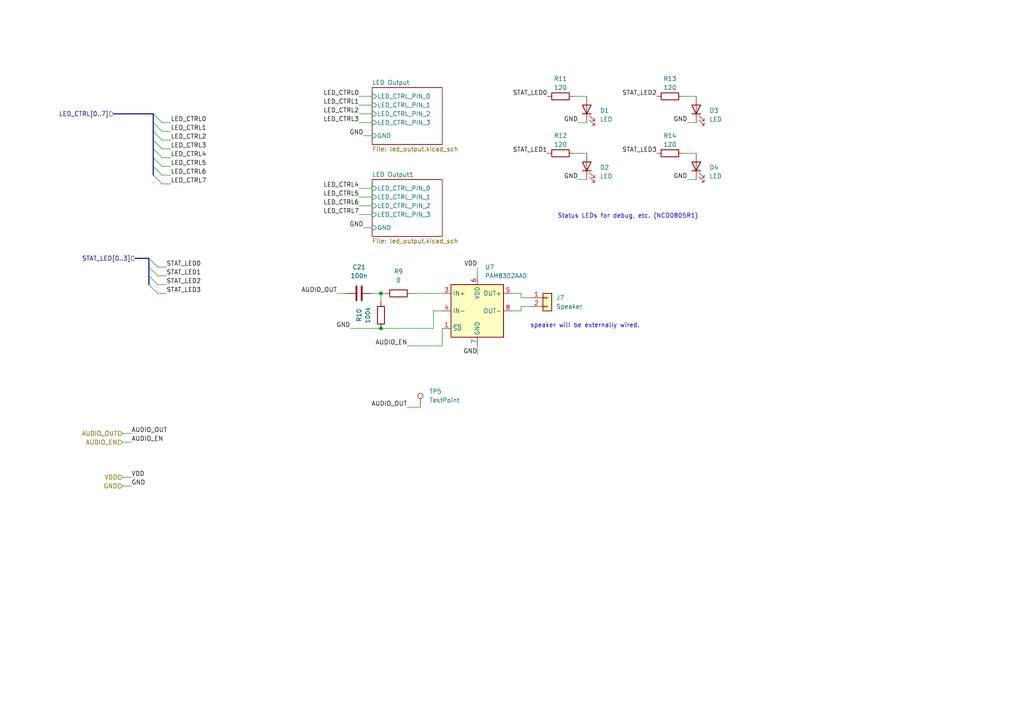
<source format=kicad_sch>
(kicad_sch (version 20231120) (generator "eeschema") (generator_version "8.0")
  (paper "A4")
  (title_block (title "Holiday Widget") (date "2024-05-15") (rev "1.0"))
  (lib_symbols
    (symbol "Amplifier_Audio:PAM8302AAD"
      (property "Reference" "U" (at 7.62 11.43 0))
      (property "Value" "PAM8302AAD" (at 7.62 8.89 0))
      (symbol "PAM8302AAD_0_1"
        (rectangle (start -7.62 7.62) (end 7.62 -7.62) (stroke (width 0.254)) (fill (type background)))
      )
      (symbol "PAM8302AAD_1_1"
        (pin input line (at -10.16 -5.08 0) (length 2.54) (name "~{SD}") (number "1"))
        (pin no_connect line (at 7.62 -5.08 180) (length 2.54) hide (name "NC") (number "2"))
        (pin input line (at -10.16 5.08 0) (length 2.54) (name "IN+") (number "3"))
        (pin input line (at -10.16 0 0) (length 2.54) (name "IN-") (number "4"))
        (pin output line (at 10.16 5.08 180) (length 2.54) (name "OUT+") (number "5"))
        (pin power_in line (at 0 10.16 270) (length 2.54) (name "VDD") (number "6"))
        (pin power_in line (at 0 -10.16 90) (length 2.54) (name "GND") (number "7"))
        (pin output line (at 10.16 0 180) (length 2.54) (name "OUT-") (number "8"))
      )
    )
    (symbol "Connector:TestPoint" (pin_numbers hide) (pin_names (offset 0.762) hide)
      (property "Reference" "TP" (at 0 6.858 0))
      (property "Value" "TestPoint" (at 0 5.08 0))
      (symbol "TestPoint_0_1"
        (circle (center 0 3.302) (radius 0.762))
      )
      (symbol "TestPoint_1_1"
        (pin passive line (at 0 0 90) (length 2.54) (name "1") (number "1"))
      )
    )
    (symbol "Connector_Generic:Conn_01x02" (pin_names (offset 1.016) hide)
      (property "Reference" "J" (at 0 2.54 0))
      (property "Value" "Conn_01x02" (at 0 -5.08 0))
      (symbol "Conn_01x02_1_1"
        (rectangle (start -1.27 -2.413) (end 0 -2.667) (stroke (width 0.1524)))
        (rectangle (start -1.27 0.127) (end 0 -0.127) (stroke (width 0.1524)))
        (rectangle (start -1.27 1.27) (end 1.27 -3.81) (stroke (width 0.254)) (fill (type background)))
        (pin passive line (at -5.08 0 0) (length 3.81) (name "Pin_1") (number "1"))
        (pin passive line (at -5.08 -2.54 0) (length 3.81) (name "Pin_2") (number "2"))
      )
    )
    (symbol "Device:C" (pin_numbers hide) (pin_names (offset 0.254))
      (property "Reference" "C" (at 0.635 2.54 0))
      (property "Value" "C" (at 0.635 -2.54 0))
      (symbol "C_0_1"
        (polyline (pts (xy -2.032 -0.762) (xy 2.032 -0.762)) (stroke (width 0.508)))
        (polyline (pts (xy -2.032 0.762) (xy 2.032 0.762)) (stroke (width 0.508)))
      )
      (symbol "C_1_1"
        (pin passive line (at 0 3.81 270) (length 2.794) (name "~") (number "1"))
        (pin passive line (at 0 -3.81 90) (length 2.794) (name "~") (number "2"))
      )
    )
    (symbol "Device:LED" (pin_numbers hide) (pin_names (offset 1.016) hide)
      (property "Reference" "D" (at 0 2.54 0))
      (property "Value" "LED" (at 0 -2.54 0))
      (symbol "LED_0_1"
        (polyline (pts (xy -1.27 -1.27) (xy -1.27 1.27)) (stroke (width 0.254)))
        (polyline (pts (xy -1.27 0) (xy 1.27 0)))
        (polyline (pts (xy 1.27 -1.27) (xy 1.27 1.27) (xy -1.27 0) (xy 1.27 -1.27)) (stroke (width 0.254)))
        (polyline (pts (xy -3.048 -0.762) (xy -4.572 -2.286) (xy -3.81 -2.286) (xy -4.572 -2.286) (xy -4.572 -1.524)))
        (polyline (pts (xy -1.778 -0.762) (xy -3.302 -2.286) (xy -2.54 -2.286) (xy -3.302 -2.286) (xy -3.302 -1.524)))
      )
      (symbol "LED_1_1"
        (pin passive line (at -3.81 0 0) (length 2.54) (name "K") (number "1"))
        (pin passive line (at 3.81 0 180) (length 2.54) (name "A") (number "2"))
      )
    )
    (symbol "Device:R" (pin_numbers hide) (pin_names (offset 0))
      (property "Reference" "R" (at 2.032 0 90))
      (property "Value" "R" (at 0 0 90))
      (symbol "R_0_1"
        (rectangle (start -1.016 -2.54) (end 1.016 2.54) (stroke (width 0.254)))
      )
      (symbol "R_1_1"
        (pin passive line (at 0 3.81 270) (length 1.27) (name "~") (number "1"))
        (pin passive line (at 0 -3.81 90) (length 1.27) (name "~") (number "2"))
      )
    )
  )
  (junction (at 110.49 95.25))
  (junction (at 110.49 85.09))
  (bus_entry (at 43.18 74.93) (size 2.54 2.54))
  (bus_entry (at 43.18 82.55) (size 2.54 2.54))
  (bus_entry (at 44.45 45.72) (size 2.54 2.54))
  (bus_entry (at 44.45 35.56) (size 2.54 2.54))
  (bus_entry (at 44.45 40.64) (size 2.54 2.54))
  (bus_entry (at 44.45 50.8) (size 2.54 2.54))
  (bus_entry (at 43.18 77.47) (size 2.54 2.54))
  (bus_entry (at 44.45 48.26) (size 2.54 2.54))
  (bus_entry (at 44.45 33.02) (size 2.54 2.54))
  (bus_entry (at 44.45 38.1) (size 2.54 2.54))
  (bus_entry (at 44.45 43.18) (size 2.54 2.54))
  (bus_entry (at 43.18 80.01) (size 2.54 2.54))
  (wire (pts (xy 46.99 45.72) (xy 49.53 45.72)))
  (bus (pts (xy 44.45 45.72) (xy 44.45 48.26)))
  (bus (pts (xy 33.02 33.02) (xy 44.45 33.02)))
  (wire (pts (xy 104.14 30.48) (xy 107.95 30.48)))
  (wire (pts (xy 199.39 52.07) (xy 201.93 52.07)))
  (wire (pts (xy 198.12 44.45) (xy 201.93 44.45)))
  (bus (pts (xy 44.45 48.26) (xy 44.45 50.8)))
  (wire (pts (xy 125.73 90.17) (xy 128.27 90.17)))
  (wire (pts (xy 107.95 85.09) (xy 110.49 85.09)))
  (bus (pts (xy 43.18 80.01) (xy 43.18 82.55)))
  (wire (pts (xy 138.43 77.47) (xy 138.43 80.01)))
  (wire (pts (xy 110.49 95.25) (xy 125.73 95.25)))
  (bus (pts (xy 44.45 40.64) (xy 44.45 43.18)))
  (wire (pts (xy 46.99 50.8) (xy 49.53 50.8)))
  (wire (pts (xy 151.13 85.09) (xy 151.13 86.36)))
  (wire (pts (xy 46.99 35.56) (xy 49.53 35.56)))
  (wire (pts (xy 148.59 85.09) (xy 151.13 85.09)))
  (wire (pts (xy 46.99 48.26) (xy 49.53 48.26)))
  (bus (pts (xy 44.45 38.1) (xy 44.45 40.64)))
  (wire (pts (xy 101.6 95.25) (xy 110.49 95.25)))
  (bus (pts (xy 44.45 43.18) (xy 44.45 45.72)))
  (wire (pts (xy 151.13 88.9) (xy 153.67 88.9)))
  (wire (pts (xy 45.72 77.47) (xy 48.26 77.47)))
  (wire (pts (xy 151.13 86.36) (xy 153.67 86.36)))
  (wire (pts (xy 198.12 27.94) (xy 201.93 27.94)))
  (wire (pts (xy 118.11 118.11) (xy 121.92 118.11)))
  (wire (pts (xy 119.38 85.09) (xy 128.27 85.09)))
  (wire (pts (xy 104.14 27.94) (xy 107.95 27.94)))
  (wire (pts (xy 105.41 66.04) (xy 107.95 66.04)))
  (wire (pts (xy 105.41 39.37) (xy 107.95 39.37)))
  (wire (pts (xy 46.99 53.34) (xy 49.53 53.34)))
  (wire (pts (xy 110.49 85.09) (xy 111.76 85.09)))
  (wire (pts (xy 104.14 57.15) (xy 107.95 57.15)))
  (wire (pts (xy 167.64 52.07) (xy 170.18 52.07)))
  (wire (pts (xy 45.72 82.55) (xy 48.26 82.55)))
  (wire (pts (xy 104.14 35.56) (xy 107.95 35.56)))
  (wire (pts (xy 118.11 100.33) (xy 128.27 100.33)))
  (wire (pts (xy 45.72 85.09) (xy 48.26 85.09)))
  (wire (pts (xy 138.43 100.33) (xy 138.43 102.87)))
  (wire (pts (xy 166.37 44.45) (xy 170.18 44.45)))
  (wire (pts (xy 104.14 33.02) (xy 107.95 33.02)))
  (wire (pts (xy 46.99 38.1) (xy 49.53 38.1)))
  (bus (pts (xy 44.45 35.56) (xy 44.45 38.1)))
  (wire (pts (xy 104.14 59.69) (xy 107.95 59.69)))
  (wire (pts (xy 97.79 85.09) (xy 100.33 85.09)))
  (wire (pts (xy 167.64 35.56) (xy 170.18 35.56)))
  (wire (pts (xy 125.73 90.17) (xy 125.73 95.25)))
  (wire (pts (xy 199.39 35.56) (xy 201.93 35.56)))
  (wire (pts (xy 46.99 43.18) (xy 49.53 43.18)))
  (bus (pts (xy 44.45 33.02) (xy 44.45 35.56)))
  (wire (pts (xy 35.56 138.43) (xy 38.1 138.43)))
  (wire (pts (xy 35.56 140.97) (xy 38.1 140.97)))
  (bus (pts (xy 39.37 74.93) (xy 43.18 74.93)))
  (wire (pts (xy 104.14 54.61) (xy 107.95 54.61)))
  (bus (pts (xy 43.18 74.93) (xy 43.18 77.47)))
  (wire (pts (xy 45.72 80.01) (xy 48.26 80.01)))
  (wire (pts (xy 35.56 128.27) (xy 38.1 128.27)))
  (wire (pts (xy 166.37 27.94) (xy 170.18 27.94)))
  (wire (pts (xy 110.49 85.09) (xy 110.49 87.63)))
  (bus (pts (xy 43.18 77.47) (xy 43.18 80.01)))
  (wire (pts (xy 104.14 62.23) (xy 107.95 62.23)))
  (wire (pts (xy 148.59 90.17) (xy 151.13 90.17)))
  (wire (pts (xy 128.27 100.33) (xy 128.27 95.25)))
  (wire (pts (xy 35.56 125.73) (xy 38.1 125.73)))
  (wire (pts (xy 46.99 40.64) (xy 49.53 40.64)))
  (wire (pts (xy 151.13 90.17) (xy 151.13 88.9)))
  (text "Status LEDs for debug, etc. (NCD0805R1)" (at 182.118 62.738 0) (effects (font (size 1.27 1.27))))
  (text "speaker will be externally wired." (at 169.672 94.488 0) (effects (font (size 1.27 1.27))))
  (label "STAT_LED2" (at 190.5 27.94 180))
  (label "GND" (at 38.1 140.97 0))
  (label "LED_CTRL6" (at 49.53 50.8 0))
  (label "VDD" (at 138.43 77.47 180))
  (label "AUDIO_OUT" (at 118.11 118.11 180))
  (label "LED_CTRL3" (at 49.53 43.18 0))
  (label "STAT_LED0" (at 158.75 27.94 180))
  (label "GND" (at 101.6 95.25 180))
  (label "GND" (at 105.41 39.37 180))
  (label "LED_CTRL4" (at 104.14 54.61 180))
  (label "AUDIO_OUT" (at 38.1 125.73 0))
  (label "LED_CTRL6" (at 104.14 59.69 180))
  (label "LED_CTRL2" (at 49.53 40.64 0))
  (label "GND" (at 167.64 35.56 180))
  (label "VDD" (at 38.1 138.43 0))
  (label "AUDIO_EN" (at 118.11 100.33 180))
  (label "STAT_LED3" (at 48.26 85.09 0))
  (label "LED_CTRL5" (at 104.14 57.15 180))
  (label "STAT_LED0" (at 48.26 77.47 0))
  (label "AUDIO_OUT" (at 97.79 85.09 180))
  (label "LED_CTRL3" (at 104.14 35.56 180))
  (label "LED_CTRL1" (at 49.53 38.1 0))
  (label "GND" (at 199.39 35.56 180))
  (label "AUDIO_EN" (at 38.1 128.27 0))
  (label "LED_CTRL7" (at 49.53 53.34 0))
  (label "LED_CTRL5" (at 49.53 48.26 0))
  (label "LED_CTRL7" (at 104.14 62.23 180))
  (label "GND" (at 167.64 52.07 180))
  (label "STAT_LED3" (at 190.5 44.45 180))
  (label "GND" (at 138.43 102.87 180))
  (label "LED_CTRL0" (at 49.53 35.56 0))
  (label "LED_CTRL1" (at 104.14 30.48 180))
  (label "STAT_LED1" (at 48.26 80.01 0))
  (label "STAT_LED1" (at 158.75 44.45 180))
  (label "STAT_LED2" (at 48.26 82.55 0))
  (label "GND" (at 105.41 66.04 180))
  (label "LED_CTRL0" (at 104.14 27.94 180))
  (label "LED_CTRL2" (at 104.14 33.02 180))
  (label "LED_CTRL4" (at 49.53 45.72 0))
  (label "GND" (at 199.39 52.07 180))
  (hierarchical_label "GND" (shape input) (at 35.56 140.97 180))
  (hierarchical_label "AUDIO_EN" (shape input) (at 35.56 128.27 180))
  (hierarchical_label "AUDIO_OUT" (shape input) (at 35.56 125.73 180))
  (hierarchical_label "LED_CTRL[0..7]" (shape input) (at 33.02 33.02 180))
  (hierarchical_label "VDD" (shape input) (at 35.56 138.43 180))
  (hierarchical_label "STAT_LED[0..3]" (shape input) (at 39.37 74.93 180))
  (symbol (lib_id "Device:R") (at 162.56 44.45 90) (unit 1)
    (property "Reference" "R12" (at 162.56 39.37 90))
    (property "Value" "120" (at 162.56 41.91 90))
    (property "Footprint" "Resistor_SMD:R_0603_1608Metric_Pad0.98x0.95mm_HandSolder" (effects (hide yes)))
    (property "Description" "Resistor" (effects (hide yes)))
  )
  (symbol (lib_id "Device:R") (at 194.31 44.45 90) (unit 1)
    (property "Reference" "R14" (at 194.31 39.37 90))
    (property "Value" "120" (at 194.31 41.91 90))
    (property "Footprint" "Resistor_SMD:R_0603_1608Metric_Pad0.98x0.95mm_HandSolder" (effects (hide yes)))
    (property "Description" "Resistor" (effects (hide yes)))
  )
  (symbol (lib_id "Device:R") (at 194.31 27.94 90) (unit 1)
    (property "Reference" "R13" (at 194.31 22.86 90))
    (property "Value" "120" (at 194.31 25.4 90))
    (property "Footprint" "Resistor_SMD:R_0603_1608Metric_Pad0.98x0.95mm_HandSolder" (effects (hide yes)))
    (property "Description" "Resistor" (effects (hide yes)))
  )
  (symbol (lib_id "Device:LED") (at 201.93 31.75 90) (unit 1)
    (property "Reference" "D3" (at 205.74 32.0674 90) (effects (justify right)))
    (property "Value" "LED" (at 205.74 34.6074 90) (effects (justify right)))
    (property "Footprint" "LED_SMD:LED_0805_2012Metric_Pad1.15x1.40mm_HandSolder" (effects (hide yes)))
    (property "Description" "Light emitting diode" (effects (hide yes)))
  )
  (symbol (lib_id "Device:LED") (at 170.18 48.26 90) (unit 1)
    (property "Reference" "D2" (at 173.99 48.5774 90) (effects (justify right)))
    (property "Value" "LED" (at 173.99 51.1174 90) (effects (justify right)))
    (property "Footprint" "LED_SMD:LED_0805_2012Metric_Pad1.15x1.40mm_HandSolder" (effects (hide yes)))
    (property "Description" "Light emitting diode" (effects (hide yes)))
  )
  (symbol (lib_id "Device:R") (at 115.57 85.09 90) (unit 1)
    (property "Reference" "R9" (at 115.57 78.74 90))
    (property "Value" "0" (at 115.57 81.28 90))
    (property "Footprint" "Resistor_SMD:R_0603_1608Metric_Pad0.98x0.95mm_HandSolder" (effects (hide yes)))
    (property "Description" "Resistor" (effects (hide yes)))
  )
  (symbol (lib_id "Device:C") (at 104.14 85.09 90) (unit 1)
    (property "Reference" "C21" (at 104.14 77.47 90))
    (property "Value" "100n" (at 104.14 80.01 90))
    (property "Footprint" "Capacitor_SMD:C_0603_1608Metric_Pad1.08x0.95mm_HandSolder" (effects (hide yes)))
    (property "Description" "Unpolarized capacitor" (effects (hide yes)))
  )
  (symbol (lib_id "Device:R") (at 162.56 27.94 90) (unit 1)
    (property "Reference" "R11" (at 162.56 22.86 90))
    (property "Value" "120" (at 162.56 25.4 90))
    (property "Footprint" "Resistor_SMD:R_0603_1608Metric_Pad0.98x0.95mm_HandSolder" (effects (hide yes)))
    (property "Description" "Resistor" (effects (hide yes)))
  )
  (symbol (lib_id "Connector:TestPoint") (at 121.92 118.11 0) (unit 1)
    (property "Reference" "TP5" (at 124.46 113.5379 0) (effects (justify left)))
    (property "Value" "TestPoint" (at 124.46 116.0779 0) (effects (justify left)))
    (property "Footprint" "Leaf_Jumper:TestPoint_0.5mm_1mm" (effects (hide yes)))
    (property "Description" "test point" (effects (hide yes)))
  )
  (symbol (lib_id "Device:LED") (at 170.18 31.75 90) (unit 1)
    (property "Reference" "D1" (at 173.99 32.0674 90) (effects (justify right)))
    (property "Value" "LED" (at 173.99 34.6074 90) (effects (justify right)))
    (property "Footprint" "LED_SMD:LED_0805_2012Metric_Pad1.15x1.40mm_HandSolder" (effects (hide yes)))
    (property "Description" "Light emitting diode" (effects (hide yes)))
  )
  (symbol (lib_id "Amplifier_Audio:PAM8302AAD") (at 138.43 90.17 0) (unit 1)
    (property "Reference" "U7" (at 140.6241 77.47 0) (effects (justify left)))
    (property "Value" "PAM8302AAD" (at 140.6241 80.01 0) (effects (justify left)))
    (property "Footprint" "Package_SO:SSOP-8_2.95x2.8mm_P0.65mm" (effects (hide yes)))
    (property "Datasheet" "https://www.diodes.com/assets/Datasheets/PAM8302A.pdf" (effects (hide yes)))
    (property "Description" "2.5W Filterless Class-D Mono Audio Amplifier, SOIC-8" (effects (hide yes)))
  )
  (symbol (lib_id "Device:R") (at 110.49 91.44 0) (mirror y) (unit 1)
    (property "Reference" "R10" (at 104.14 91.44 90))
    (property "Value" "100k" (at 106.68 91.44 90))
    (property "Footprint" "Resistor_SMD:R_0603_1608Metric_Pad0.98x0.95mm_HandSolder" (effects (hide yes)))
    (property "Description" "Resistor" (effects (hide yes)))
  )
  (symbol (lib_id "Device:LED") (at 201.93 48.26 90) (unit 1)
    (property "Reference" "D4" (at 205.74 48.5774 90) (effects (justify right)))
    (property "Value" "LED" (at 205.74 51.1174 90) (effects (justify right)))
    (property "Footprint" "LED_SMD:LED_0805_2012Metric_Pad1.15x1.40mm_HandSolder" (effects (hide yes)))
    (property "Description" "Light emitting diode" (effects (hide yes)))
  )
  (symbol (lib_id "Connector_Generic:Conn_01x02") (at 158.75 86.36 0) (unit 1)
    (property "Reference" "J7" (at 161.29 86.3599 0) (effects (justify left)))
    (property "Value" "Speaker" (at 161.29 88.8999 0) (effects (justify left)))
    (property "Footprint" "Connector_Wire:SolderWire-1sqmm_1x02_P5.4mm_D1.4mm_OD2.7mm" (effects (hide yes)))
    (property "Description" "Generic connector, single row, 01x02, script generated (kicad-library-utils/schlib/autogen/connector/)" (effects (hide yes)))
  )
  (sheet (at 107.95 25.4) (size 20.32 16.51) (stroke (width 0.1524))
    (property "Sheetname" "LED Output" (at 107.95 24.6884 0) (effects (justify left bottom)))
    (property "Sheetfile" "led_output.kicad_sch" (at 107.95 42.4946 0) (effects (justify left top)))
    (pin "LED_CTRL_PIN_3" input (at 107.95 35.56 180))
    (pin "LED_CTRL_PIN_0" input (at 107.95 27.94 180))
    (pin "LED_CTRL_PIN_1" input (at 107.95 30.48 180))
    (pin "LED_CTRL_PIN_2" input (at 107.95 33.02 180))
    (pin "GND" input (at 107.95 39.37 180))
  )
  (sheet (at 107.95 52.07) (size 20.32 16.51) (stroke (width 0.1524))
    (property "Sheetname" "LED Output1" (at 107.95 51.3584 0) (effects (justify left bottom)))
    (property "Sheetfile" "led_output.kicad_sch" (at 107.95 69.1646 0) (effects (justify left top)))
    (pin "LED_CTRL_PIN_3" input (at 107.95 62.23 180))
    (pin "LED_CTRL_PIN_0" input (at 107.95 54.61 180))
    (pin "LED_CTRL_PIN_1" input (at 107.95 57.15 180))
    (pin "LED_CTRL_PIN_2" input (at 107.95 59.69 180))
    (pin "GND" input (at 107.95 66.04 180))
  )
)
</source>
